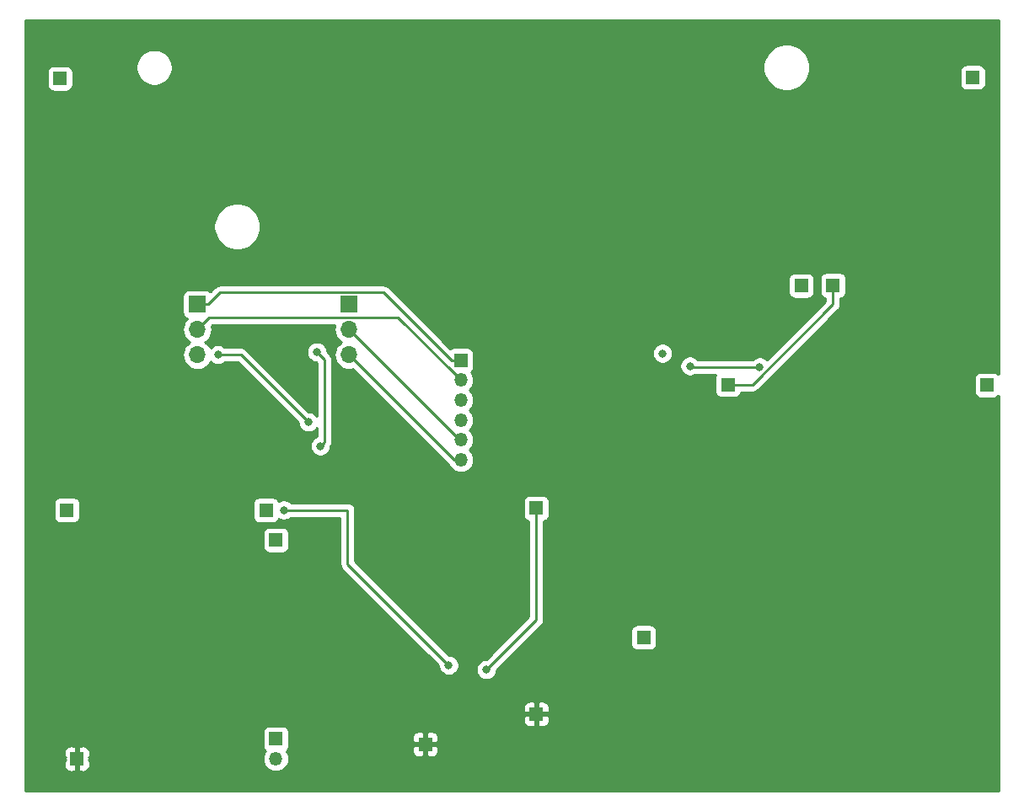
<source format=gbr>
G04 #@! TF.GenerationSoftware,KiCad,Pcbnew,(5.1.0)-1*
G04 #@! TF.CreationDate,2019-06-24T17:08:15-03:00*
G04 #@! TF.ProjectId,Main,4d61696e-2e6b-4696-9361-645f70636258,1.0*
G04 #@! TF.SameCoordinates,Original*
G04 #@! TF.FileFunction,Copper,L2,Bot*
G04 #@! TF.FilePolarity,Positive*
%FSLAX46Y46*%
G04 Gerber Fmt 4.6, Leading zero omitted, Abs format (unit mm)*
G04 Created by KiCad (PCBNEW (5.1.0)-1) date 2019-06-24 17:08:15*
%MOMM*%
%LPD*%
G04 APERTURE LIST*
%ADD10R,1.700000X1.700000*%
%ADD11O,1.700000X1.700000*%
%ADD12R,1.350000X1.350000*%
%ADD13O,1.350000X1.350000*%
%ADD14C,0.800000*%
%ADD15C,0.250000*%
%ADD16C,0.254000*%
G04 APERTURE END LIST*
D10*
X56960000Y-52110000D03*
D11*
X56960000Y-54650000D03*
X56960000Y-57190000D03*
D12*
X28620000Y-72810000D03*
X48620000Y-72810000D03*
X49620000Y-75810000D03*
X49620000Y-95810000D03*
D13*
X49620000Y-97810000D03*
D12*
X29620000Y-97810000D03*
X27920000Y-29410000D03*
X119620000Y-29310000D03*
X64620000Y-96340000D03*
D11*
X41720000Y-57190000D03*
X41720000Y-54650000D03*
D10*
X41720000Y-52110000D03*
D12*
X86570000Y-85610000D03*
X68180000Y-57750000D03*
D13*
X68180000Y-59750000D03*
X68180000Y-61750000D03*
X68180000Y-63750000D03*
X68180000Y-65750000D03*
X68180000Y-67750000D03*
D12*
X75770000Y-72610000D03*
X75770000Y-93320000D03*
X121050000Y-60230000D03*
X95030000Y-60190000D03*
X102400000Y-50230000D03*
X105590000Y-50200000D03*
D14*
X30620000Y-55410000D03*
X38370000Y-63260000D03*
X87196999Y-52433001D03*
X31620000Y-97810000D03*
X33770000Y-82860000D03*
X81020000Y-65810000D03*
X31320000Y-68410000D03*
X88455000Y-57045000D03*
X91215000Y-58315000D03*
X98220000Y-58410000D03*
X50420000Y-72810000D03*
X66970000Y-88410000D03*
X53720000Y-56910000D03*
X54080000Y-66370000D03*
X52870000Y-63960000D03*
X43800000Y-57190000D03*
X70770000Y-88840000D03*
D15*
X91310000Y-58410000D02*
X91215000Y-58315000D01*
X98220000Y-58410000D02*
X91310000Y-58410000D01*
X50420000Y-72810000D02*
X56820000Y-72810000D01*
X56820000Y-78260000D02*
X66970000Y-88410000D01*
X56820000Y-72810000D02*
X56820000Y-78260000D01*
X54119999Y-57309999D02*
X53720000Y-56910000D01*
X54479999Y-57669999D02*
X54119999Y-57309999D01*
X54479999Y-65970001D02*
X54479999Y-57669999D01*
X54080000Y-66370000D02*
X54479999Y-65970001D01*
X68060000Y-65750000D02*
X68180000Y-65750000D01*
X56960000Y-54650000D02*
X68060000Y-65750000D01*
X46100000Y-57190000D02*
X52870000Y-63960000D01*
X43800000Y-57190000D02*
X46100000Y-57190000D01*
X67505001Y-59075001D02*
X68180000Y-59750000D01*
X61904999Y-53474999D02*
X67505001Y-59075001D01*
X42895001Y-53474999D02*
X61904999Y-53474999D01*
X41720000Y-54650000D02*
X42895001Y-53474999D01*
X67255000Y-57750000D02*
X68180000Y-57750000D01*
X60439999Y-50934999D02*
X67255000Y-57750000D01*
X43995001Y-50934999D02*
X60439999Y-50934999D01*
X42820000Y-52110000D02*
X43995001Y-50934999D01*
X41720000Y-52110000D02*
X42820000Y-52110000D01*
X67520000Y-67750000D02*
X68180000Y-67750000D01*
X56960000Y-57190000D02*
X67520000Y-67750000D01*
X75770000Y-83840000D02*
X75770000Y-72610000D01*
X70770000Y-88840000D02*
X75770000Y-83840000D01*
X105590000Y-51125000D02*
X105590000Y-50200000D01*
X105590000Y-52113002D02*
X105590000Y-51125000D01*
X97513002Y-60190000D02*
X105590000Y-52113002D01*
X95030000Y-60190000D02*
X97513002Y-60190000D01*
D16*
G36*
X122220000Y-59157204D02*
G01*
X122176185Y-59103815D01*
X122079494Y-59024463D01*
X121969180Y-58965498D01*
X121849482Y-58929188D01*
X121725000Y-58916928D01*
X120375000Y-58916928D01*
X120250518Y-58929188D01*
X120130820Y-58965498D01*
X120020506Y-59024463D01*
X119923815Y-59103815D01*
X119844463Y-59200506D01*
X119785498Y-59310820D01*
X119749188Y-59430518D01*
X119736928Y-59555000D01*
X119736928Y-60905000D01*
X119749188Y-61029482D01*
X119785498Y-61149180D01*
X119844463Y-61259494D01*
X119923815Y-61356185D01*
X120020506Y-61435537D01*
X120130820Y-61494502D01*
X120250518Y-61530812D01*
X120375000Y-61543072D01*
X121725000Y-61543072D01*
X121849482Y-61530812D01*
X121969180Y-61494502D01*
X122079494Y-61435537D01*
X122176185Y-61356185D01*
X122220000Y-61302796D01*
X122220001Y-100990000D01*
X24480000Y-100990000D01*
X24480000Y-97135000D01*
X28306928Y-97135000D01*
X28310000Y-97524250D01*
X28468748Y-97682998D01*
X28310000Y-97682998D01*
X28310000Y-97937002D01*
X28468748Y-97937002D01*
X28310000Y-98095750D01*
X28306928Y-98485000D01*
X28319188Y-98609482D01*
X28355498Y-98729180D01*
X28414463Y-98839494D01*
X28493815Y-98936185D01*
X28590506Y-99015537D01*
X28700820Y-99074502D01*
X28820518Y-99110812D01*
X28945000Y-99123072D01*
X29334250Y-99120000D01*
X29493000Y-98961250D01*
X29493000Y-97937000D01*
X29473000Y-97937000D01*
X29473000Y-97683000D01*
X29493000Y-97683000D01*
X29493000Y-96658750D01*
X29747000Y-96658750D01*
X29747000Y-97683000D01*
X29767000Y-97683000D01*
X29767000Y-97937000D01*
X29747000Y-97937000D01*
X29747000Y-98961250D01*
X29905750Y-99120000D01*
X30295000Y-99123072D01*
X30419482Y-99110812D01*
X30539180Y-99074502D01*
X30649494Y-99015537D01*
X30746185Y-98936185D01*
X30825537Y-98839494D01*
X30884502Y-98729180D01*
X30920812Y-98609482D01*
X30933072Y-98485000D01*
X30930000Y-98095750D01*
X30771252Y-97937002D01*
X30930000Y-97937002D01*
X30930000Y-97810000D01*
X48303662Y-97810000D01*
X48328955Y-98066805D01*
X48403862Y-98313741D01*
X48525505Y-98541318D01*
X48689208Y-98740792D01*
X48888682Y-98904495D01*
X49116259Y-99026138D01*
X49363195Y-99101045D01*
X49555649Y-99120000D01*
X49684351Y-99120000D01*
X49876805Y-99101045D01*
X50123741Y-99026138D01*
X50351318Y-98904495D01*
X50550792Y-98740792D01*
X50714495Y-98541318D01*
X50836138Y-98313741D01*
X50911045Y-98066805D01*
X50936338Y-97810000D01*
X50911045Y-97553195D01*
X50836138Y-97306259D01*
X50714495Y-97078682D01*
X50662233Y-97015000D01*
X63306928Y-97015000D01*
X63319188Y-97139482D01*
X63355498Y-97259180D01*
X63414463Y-97369494D01*
X63493815Y-97466185D01*
X63590506Y-97545537D01*
X63700820Y-97604502D01*
X63820518Y-97640812D01*
X63945000Y-97653072D01*
X64334250Y-97650000D01*
X64493000Y-97491250D01*
X64493000Y-96467000D01*
X64747000Y-96467000D01*
X64747000Y-97491250D01*
X64905750Y-97650000D01*
X65295000Y-97653072D01*
X65419482Y-97640812D01*
X65539180Y-97604502D01*
X65649494Y-97545537D01*
X65746185Y-97466185D01*
X65825537Y-97369494D01*
X65884502Y-97259180D01*
X65920812Y-97139482D01*
X65933072Y-97015000D01*
X65930000Y-96625750D01*
X65771250Y-96467000D01*
X64747000Y-96467000D01*
X64493000Y-96467000D01*
X63468750Y-96467000D01*
X63310000Y-96625750D01*
X63306928Y-97015000D01*
X50662233Y-97015000D01*
X50657369Y-97009074D01*
X50746185Y-96936185D01*
X50825537Y-96839494D01*
X50884502Y-96729180D01*
X50920812Y-96609482D01*
X50933072Y-96485000D01*
X50933072Y-95665000D01*
X63306928Y-95665000D01*
X63310000Y-96054250D01*
X63468750Y-96213000D01*
X64493000Y-96213000D01*
X64493000Y-95188750D01*
X64747000Y-95188750D01*
X64747000Y-96213000D01*
X65771250Y-96213000D01*
X65930000Y-96054250D01*
X65933072Y-95665000D01*
X65920812Y-95540518D01*
X65884502Y-95420820D01*
X65825537Y-95310506D01*
X65746185Y-95213815D01*
X65649494Y-95134463D01*
X65539180Y-95075498D01*
X65419482Y-95039188D01*
X65295000Y-95026928D01*
X64905750Y-95030000D01*
X64747000Y-95188750D01*
X64493000Y-95188750D01*
X64334250Y-95030000D01*
X63945000Y-95026928D01*
X63820518Y-95039188D01*
X63700820Y-95075498D01*
X63590506Y-95134463D01*
X63493815Y-95213815D01*
X63414463Y-95310506D01*
X63355498Y-95420820D01*
X63319188Y-95540518D01*
X63306928Y-95665000D01*
X50933072Y-95665000D01*
X50933072Y-95135000D01*
X50920812Y-95010518D01*
X50884502Y-94890820D01*
X50825537Y-94780506D01*
X50746185Y-94683815D01*
X50649494Y-94604463D01*
X50539180Y-94545498D01*
X50419482Y-94509188D01*
X50295000Y-94496928D01*
X48945000Y-94496928D01*
X48820518Y-94509188D01*
X48700820Y-94545498D01*
X48590506Y-94604463D01*
X48493815Y-94683815D01*
X48414463Y-94780506D01*
X48355498Y-94890820D01*
X48319188Y-95010518D01*
X48306928Y-95135000D01*
X48306928Y-96485000D01*
X48319188Y-96609482D01*
X48355498Y-96729180D01*
X48414463Y-96839494D01*
X48493815Y-96936185D01*
X48582631Y-97009074D01*
X48525505Y-97078682D01*
X48403862Y-97306259D01*
X48328955Y-97553195D01*
X48303662Y-97810000D01*
X30930000Y-97810000D01*
X30930000Y-97682998D01*
X30771252Y-97682998D01*
X30930000Y-97524250D01*
X30933072Y-97135000D01*
X30920812Y-97010518D01*
X30884502Y-96890820D01*
X30825537Y-96780506D01*
X30746185Y-96683815D01*
X30649494Y-96604463D01*
X30539180Y-96545498D01*
X30419482Y-96509188D01*
X30295000Y-96496928D01*
X29905750Y-96500000D01*
X29747000Y-96658750D01*
X29493000Y-96658750D01*
X29334250Y-96500000D01*
X28945000Y-96496928D01*
X28820518Y-96509188D01*
X28700820Y-96545498D01*
X28590506Y-96604463D01*
X28493815Y-96683815D01*
X28414463Y-96780506D01*
X28355498Y-96890820D01*
X28319188Y-97010518D01*
X28306928Y-97135000D01*
X24480000Y-97135000D01*
X24480000Y-93995000D01*
X74456928Y-93995000D01*
X74469188Y-94119482D01*
X74505498Y-94239180D01*
X74564463Y-94349494D01*
X74643815Y-94446185D01*
X74740506Y-94525537D01*
X74850820Y-94584502D01*
X74970518Y-94620812D01*
X75095000Y-94633072D01*
X75484250Y-94630000D01*
X75643000Y-94471250D01*
X75643000Y-93447000D01*
X75897000Y-93447000D01*
X75897000Y-94471250D01*
X76055750Y-94630000D01*
X76445000Y-94633072D01*
X76569482Y-94620812D01*
X76689180Y-94584502D01*
X76799494Y-94525537D01*
X76896185Y-94446185D01*
X76975537Y-94349494D01*
X77034502Y-94239180D01*
X77070812Y-94119482D01*
X77083072Y-93995000D01*
X77080000Y-93605750D01*
X76921250Y-93447000D01*
X75897000Y-93447000D01*
X75643000Y-93447000D01*
X74618750Y-93447000D01*
X74460000Y-93605750D01*
X74456928Y-93995000D01*
X24480000Y-93995000D01*
X24480000Y-92645000D01*
X74456928Y-92645000D01*
X74460000Y-93034250D01*
X74618750Y-93193000D01*
X75643000Y-93193000D01*
X75643000Y-92168750D01*
X75897000Y-92168750D01*
X75897000Y-93193000D01*
X76921250Y-93193000D01*
X77080000Y-93034250D01*
X77083072Y-92645000D01*
X77070812Y-92520518D01*
X77034502Y-92400820D01*
X76975537Y-92290506D01*
X76896185Y-92193815D01*
X76799494Y-92114463D01*
X76689180Y-92055498D01*
X76569482Y-92019188D01*
X76445000Y-92006928D01*
X76055750Y-92010000D01*
X75897000Y-92168750D01*
X75643000Y-92168750D01*
X75484250Y-92010000D01*
X75095000Y-92006928D01*
X74970518Y-92019188D01*
X74850820Y-92055498D01*
X74740506Y-92114463D01*
X74643815Y-92193815D01*
X74564463Y-92290506D01*
X74505498Y-92400820D01*
X74469188Y-92520518D01*
X74456928Y-92645000D01*
X24480000Y-92645000D01*
X24480000Y-75135000D01*
X48306928Y-75135000D01*
X48306928Y-76485000D01*
X48319188Y-76609482D01*
X48355498Y-76729180D01*
X48414463Y-76839494D01*
X48493815Y-76936185D01*
X48590506Y-77015537D01*
X48700820Y-77074502D01*
X48820518Y-77110812D01*
X48945000Y-77123072D01*
X50295000Y-77123072D01*
X50419482Y-77110812D01*
X50539180Y-77074502D01*
X50649494Y-77015537D01*
X50746185Y-76936185D01*
X50825537Y-76839494D01*
X50884502Y-76729180D01*
X50920812Y-76609482D01*
X50933072Y-76485000D01*
X50933072Y-75135000D01*
X50920812Y-75010518D01*
X50884502Y-74890820D01*
X50825537Y-74780506D01*
X50746185Y-74683815D01*
X50649494Y-74604463D01*
X50539180Y-74545498D01*
X50419482Y-74509188D01*
X50295000Y-74496928D01*
X48945000Y-74496928D01*
X48820518Y-74509188D01*
X48700820Y-74545498D01*
X48590506Y-74604463D01*
X48493815Y-74683815D01*
X48414463Y-74780506D01*
X48355498Y-74890820D01*
X48319188Y-75010518D01*
X48306928Y-75135000D01*
X24480000Y-75135000D01*
X24480000Y-72135000D01*
X27306928Y-72135000D01*
X27306928Y-73485000D01*
X27319188Y-73609482D01*
X27355498Y-73729180D01*
X27414463Y-73839494D01*
X27493815Y-73936185D01*
X27590506Y-74015537D01*
X27700820Y-74074502D01*
X27820518Y-74110812D01*
X27945000Y-74123072D01*
X29295000Y-74123072D01*
X29419482Y-74110812D01*
X29539180Y-74074502D01*
X29649494Y-74015537D01*
X29746185Y-73936185D01*
X29825537Y-73839494D01*
X29884502Y-73729180D01*
X29920812Y-73609482D01*
X29933072Y-73485000D01*
X29933072Y-72135000D01*
X47306928Y-72135000D01*
X47306928Y-73485000D01*
X47319188Y-73609482D01*
X47355498Y-73729180D01*
X47414463Y-73839494D01*
X47493815Y-73936185D01*
X47590506Y-74015537D01*
X47700820Y-74074502D01*
X47820518Y-74110812D01*
X47945000Y-74123072D01*
X49295000Y-74123072D01*
X49419482Y-74110812D01*
X49539180Y-74074502D01*
X49649494Y-74015537D01*
X49746185Y-73936185D01*
X49825537Y-73839494D01*
X49884502Y-73729180D01*
X49892625Y-73702403D01*
X49929744Y-73727205D01*
X50118102Y-73805226D01*
X50318061Y-73845000D01*
X50521939Y-73845000D01*
X50721898Y-73805226D01*
X50910256Y-73727205D01*
X51079774Y-73613937D01*
X51123711Y-73570000D01*
X56060000Y-73570000D01*
X56060001Y-78222668D01*
X56056324Y-78260000D01*
X56070998Y-78408985D01*
X56114454Y-78552246D01*
X56185026Y-78684276D01*
X56256201Y-78771002D01*
X56280000Y-78800001D01*
X56308998Y-78823799D01*
X65935000Y-88449802D01*
X65935000Y-88511939D01*
X65974774Y-88711898D01*
X66052795Y-88900256D01*
X66166063Y-89069774D01*
X66310226Y-89213937D01*
X66479744Y-89327205D01*
X66668102Y-89405226D01*
X66868061Y-89445000D01*
X67071939Y-89445000D01*
X67271898Y-89405226D01*
X67460256Y-89327205D01*
X67629774Y-89213937D01*
X67773937Y-89069774D01*
X67887205Y-88900256D01*
X67954388Y-88738061D01*
X69735000Y-88738061D01*
X69735000Y-88941939D01*
X69774774Y-89141898D01*
X69852795Y-89330256D01*
X69966063Y-89499774D01*
X70110226Y-89643937D01*
X70279744Y-89757205D01*
X70468102Y-89835226D01*
X70668061Y-89875000D01*
X70871939Y-89875000D01*
X71071898Y-89835226D01*
X71260256Y-89757205D01*
X71429774Y-89643937D01*
X71573937Y-89499774D01*
X71687205Y-89330256D01*
X71765226Y-89141898D01*
X71805000Y-88941939D01*
X71805000Y-88879801D01*
X75749801Y-84935000D01*
X85256928Y-84935000D01*
X85256928Y-86285000D01*
X85269188Y-86409482D01*
X85305498Y-86529180D01*
X85364463Y-86639494D01*
X85443815Y-86736185D01*
X85540506Y-86815537D01*
X85650820Y-86874502D01*
X85770518Y-86910812D01*
X85895000Y-86923072D01*
X87245000Y-86923072D01*
X87369482Y-86910812D01*
X87489180Y-86874502D01*
X87599494Y-86815537D01*
X87696185Y-86736185D01*
X87775537Y-86639494D01*
X87834502Y-86529180D01*
X87870812Y-86409482D01*
X87883072Y-86285000D01*
X87883072Y-84935000D01*
X87870812Y-84810518D01*
X87834502Y-84690820D01*
X87775537Y-84580506D01*
X87696185Y-84483815D01*
X87599494Y-84404463D01*
X87489180Y-84345498D01*
X87369482Y-84309188D01*
X87245000Y-84296928D01*
X85895000Y-84296928D01*
X85770518Y-84309188D01*
X85650820Y-84345498D01*
X85540506Y-84404463D01*
X85443815Y-84483815D01*
X85364463Y-84580506D01*
X85305498Y-84690820D01*
X85269188Y-84810518D01*
X85256928Y-84935000D01*
X75749801Y-84935000D01*
X76281004Y-84403798D01*
X76310001Y-84380001D01*
X76404974Y-84264276D01*
X76475546Y-84132247D01*
X76519003Y-83988986D01*
X76530000Y-83877333D01*
X76530000Y-83877323D01*
X76533676Y-83840000D01*
X76530000Y-83802677D01*
X76530000Y-73914701D01*
X76569482Y-73910812D01*
X76689180Y-73874502D01*
X76799494Y-73815537D01*
X76896185Y-73736185D01*
X76975537Y-73639494D01*
X77034502Y-73529180D01*
X77070812Y-73409482D01*
X77083072Y-73285000D01*
X77083072Y-71935000D01*
X77070812Y-71810518D01*
X77034502Y-71690820D01*
X76975537Y-71580506D01*
X76896185Y-71483815D01*
X76799494Y-71404463D01*
X76689180Y-71345498D01*
X76569482Y-71309188D01*
X76445000Y-71296928D01*
X75095000Y-71296928D01*
X74970518Y-71309188D01*
X74850820Y-71345498D01*
X74740506Y-71404463D01*
X74643815Y-71483815D01*
X74564463Y-71580506D01*
X74505498Y-71690820D01*
X74469188Y-71810518D01*
X74456928Y-71935000D01*
X74456928Y-73285000D01*
X74469188Y-73409482D01*
X74505498Y-73529180D01*
X74564463Y-73639494D01*
X74643815Y-73736185D01*
X74740506Y-73815537D01*
X74850820Y-73874502D01*
X74970518Y-73910812D01*
X75010001Y-73914701D01*
X75010000Y-83525198D01*
X70730199Y-87805000D01*
X70668061Y-87805000D01*
X70468102Y-87844774D01*
X70279744Y-87922795D01*
X70110226Y-88036063D01*
X69966063Y-88180226D01*
X69852795Y-88349744D01*
X69774774Y-88538102D01*
X69735000Y-88738061D01*
X67954388Y-88738061D01*
X67965226Y-88711898D01*
X68005000Y-88511939D01*
X68005000Y-88308061D01*
X67965226Y-88108102D01*
X67887205Y-87919744D01*
X67773937Y-87750226D01*
X67629774Y-87606063D01*
X67460256Y-87492795D01*
X67271898Y-87414774D01*
X67071939Y-87375000D01*
X67009802Y-87375000D01*
X57580000Y-77945199D01*
X57580000Y-72847333D01*
X57583677Y-72810000D01*
X57569003Y-72661014D01*
X57525546Y-72517753D01*
X57454974Y-72385724D01*
X57360001Y-72269999D01*
X57244276Y-72175026D01*
X57112247Y-72104454D01*
X56968986Y-72060997D01*
X56857333Y-72050000D01*
X56820000Y-72046323D01*
X56782667Y-72050000D01*
X51123711Y-72050000D01*
X51079774Y-72006063D01*
X50910256Y-71892795D01*
X50721898Y-71814774D01*
X50521939Y-71775000D01*
X50318061Y-71775000D01*
X50118102Y-71814774D01*
X49929744Y-71892795D01*
X49892625Y-71917597D01*
X49884502Y-71890820D01*
X49825537Y-71780506D01*
X49746185Y-71683815D01*
X49649494Y-71604463D01*
X49539180Y-71545498D01*
X49419482Y-71509188D01*
X49295000Y-71496928D01*
X47945000Y-71496928D01*
X47820518Y-71509188D01*
X47700820Y-71545498D01*
X47590506Y-71604463D01*
X47493815Y-71683815D01*
X47414463Y-71780506D01*
X47355498Y-71890820D01*
X47319188Y-72010518D01*
X47306928Y-72135000D01*
X29933072Y-72135000D01*
X29920812Y-72010518D01*
X29884502Y-71890820D01*
X29825537Y-71780506D01*
X29746185Y-71683815D01*
X29649494Y-71604463D01*
X29539180Y-71545498D01*
X29419482Y-71509188D01*
X29295000Y-71496928D01*
X27945000Y-71496928D01*
X27820518Y-71509188D01*
X27700820Y-71545498D01*
X27590506Y-71604463D01*
X27493815Y-71683815D01*
X27414463Y-71780506D01*
X27355498Y-71890820D01*
X27319188Y-72010518D01*
X27306928Y-72135000D01*
X24480000Y-72135000D01*
X24480000Y-54650000D01*
X40227815Y-54650000D01*
X40256487Y-54941111D01*
X40341401Y-55221034D01*
X40479294Y-55479014D01*
X40664866Y-55705134D01*
X40890986Y-55890706D01*
X40945791Y-55920000D01*
X40890986Y-55949294D01*
X40664866Y-56134866D01*
X40479294Y-56360986D01*
X40341401Y-56618966D01*
X40256487Y-56898889D01*
X40227815Y-57190000D01*
X40256487Y-57481111D01*
X40341401Y-57761034D01*
X40479294Y-58019014D01*
X40664866Y-58245134D01*
X40890986Y-58430706D01*
X41148966Y-58568599D01*
X41428889Y-58653513D01*
X41647050Y-58675000D01*
X41792950Y-58675000D01*
X42011111Y-58653513D01*
X42291034Y-58568599D01*
X42549014Y-58430706D01*
X42775134Y-58245134D01*
X42960706Y-58019014D01*
X43031973Y-57885684D01*
X43140226Y-57993937D01*
X43309744Y-58107205D01*
X43498102Y-58185226D01*
X43698061Y-58225000D01*
X43901939Y-58225000D01*
X44101898Y-58185226D01*
X44290256Y-58107205D01*
X44459774Y-57993937D01*
X44503711Y-57950000D01*
X45785199Y-57950000D01*
X51835000Y-63999802D01*
X51835000Y-64061939D01*
X51874774Y-64261898D01*
X51952795Y-64450256D01*
X52066063Y-64619774D01*
X52210226Y-64763937D01*
X52379744Y-64877205D01*
X52568102Y-64955226D01*
X52768061Y-64995000D01*
X52971939Y-64995000D01*
X53171898Y-64955226D01*
X53360256Y-64877205D01*
X53529774Y-64763937D01*
X53673937Y-64619774D01*
X53719999Y-64550837D01*
X53719999Y-65398841D01*
X53589744Y-65452795D01*
X53420226Y-65566063D01*
X53276063Y-65710226D01*
X53162795Y-65879744D01*
X53084774Y-66068102D01*
X53045000Y-66268061D01*
X53045000Y-66471939D01*
X53084774Y-66671898D01*
X53162795Y-66860256D01*
X53276063Y-67029774D01*
X53420226Y-67173937D01*
X53589744Y-67287205D01*
X53778102Y-67365226D01*
X53978061Y-67405000D01*
X54181939Y-67405000D01*
X54381898Y-67365226D01*
X54570256Y-67287205D01*
X54739774Y-67173937D01*
X54883937Y-67029774D01*
X54997205Y-66860256D01*
X55075226Y-66671898D01*
X55115000Y-66471939D01*
X55115000Y-66394226D01*
X55185545Y-66262248D01*
X55229002Y-66118987D01*
X55239999Y-66007334D01*
X55239999Y-66007324D01*
X55243675Y-65970002D01*
X55239999Y-65932679D01*
X55239999Y-57707322D01*
X55243675Y-57669999D01*
X55239999Y-57632676D01*
X55239999Y-57632666D01*
X55229002Y-57521013D01*
X55185545Y-57377752D01*
X55114973Y-57245723D01*
X55020000Y-57129998D01*
X54990996Y-57106195D01*
X54755000Y-56870199D01*
X54755000Y-56808061D01*
X54715226Y-56608102D01*
X54637205Y-56419744D01*
X54523937Y-56250226D01*
X54379774Y-56106063D01*
X54210256Y-55992795D01*
X54021898Y-55914774D01*
X53821939Y-55875000D01*
X53618061Y-55875000D01*
X53418102Y-55914774D01*
X53229744Y-55992795D01*
X53060226Y-56106063D01*
X52916063Y-56250226D01*
X52802795Y-56419744D01*
X52724774Y-56608102D01*
X52685000Y-56808061D01*
X52685000Y-57011939D01*
X52724774Y-57211898D01*
X52802795Y-57400256D01*
X52916063Y-57569774D01*
X53060226Y-57713937D01*
X53229744Y-57827205D01*
X53418102Y-57905226D01*
X53618061Y-57945000D01*
X53680199Y-57945000D01*
X53720000Y-57984801D01*
X53719999Y-63369163D01*
X53673937Y-63300226D01*
X53529774Y-63156063D01*
X53360256Y-63042795D01*
X53171898Y-62964774D01*
X52971939Y-62925000D01*
X52909802Y-62925000D01*
X46663804Y-56679003D01*
X46640001Y-56649999D01*
X46524276Y-56555026D01*
X46392247Y-56484454D01*
X46248986Y-56440997D01*
X46137333Y-56430000D01*
X46137322Y-56430000D01*
X46100000Y-56426324D01*
X46062678Y-56430000D01*
X44503711Y-56430000D01*
X44459774Y-56386063D01*
X44290256Y-56272795D01*
X44101898Y-56194774D01*
X43901939Y-56155000D01*
X43698061Y-56155000D01*
X43498102Y-56194774D01*
X43309744Y-56272795D01*
X43140226Y-56386063D01*
X43031973Y-56494316D01*
X42960706Y-56360986D01*
X42775134Y-56134866D01*
X42549014Y-55949294D01*
X42494209Y-55920000D01*
X42549014Y-55890706D01*
X42775134Y-55705134D01*
X42960706Y-55479014D01*
X43098599Y-55221034D01*
X43183513Y-54941111D01*
X43212185Y-54650000D01*
X43183513Y-54358889D01*
X43160797Y-54284005D01*
X43209803Y-54234999D01*
X55534069Y-54234999D01*
X55496487Y-54358889D01*
X55467815Y-54650000D01*
X55496487Y-54941111D01*
X55581401Y-55221034D01*
X55719294Y-55479014D01*
X55904866Y-55705134D01*
X56130986Y-55890706D01*
X56185791Y-55920000D01*
X56130986Y-55949294D01*
X55904866Y-56134866D01*
X55719294Y-56360986D01*
X55581401Y-56618966D01*
X55496487Y-56898889D01*
X55467815Y-57190000D01*
X55496487Y-57481111D01*
X55581401Y-57761034D01*
X55719294Y-58019014D01*
X55904866Y-58245134D01*
X56130986Y-58430706D01*
X56388966Y-58568599D01*
X56668889Y-58653513D01*
X56887050Y-58675000D01*
X57032950Y-58675000D01*
X57251111Y-58653513D01*
X57325996Y-58630797D01*
X66956201Y-68261003D01*
X66979999Y-68290001D01*
X66985779Y-68294744D01*
X67085505Y-68481318D01*
X67249208Y-68680792D01*
X67448682Y-68844495D01*
X67676259Y-68966138D01*
X67923195Y-69041045D01*
X68115649Y-69060000D01*
X68244351Y-69060000D01*
X68436805Y-69041045D01*
X68683741Y-68966138D01*
X68911318Y-68844495D01*
X69110792Y-68680792D01*
X69274495Y-68481318D01*
X69396138Y-68253741D01*
X69471045Y-68006805D01*
X69496338Y-67750000D01*
X69471045Y-67493195D01*
X69396138Y-67246259D01*
X69274495Y-67018682D01*
X69110792Y-66819208D01*
X69026461Y-66750000D01*
X69110792Y-66680792D01*
X69274495Y-66481318D01*
X69396138Y-66253741D01*
X69471045Y-66006805D01*
X69496338Y-65750000D01*
X69471045Y-65493195D01*
X69396138Y-65246259D01*
X69274495Y-65018682D01*
X69110792Y-64819208D01*
X69026461Y-64750000D01*
X69110792Y-64680792D01*
X69274495Y-64481318D01*
X69396138Y-64253741D01*
X69471045Y-64006805D01*
X69496338Y-63750000D01*
X69471045Y-63493195D01*
X69396138Y-63246259D01*
X69274495Y-63018682D01*
X69110792Y-62819208D01*
X69026461Y-62750000D01*
X69110792Y-62680792D01*
X69274495Y-62481318D01*
X69396138Y-62253741D01*
X69471045Y-62006805D01*
X69496338Y-61750000D01*
X69471045Y-61493195D01*
X69396138Y-61246259D01*
X69274495Y-61018682D01*
X69110792Y-60819208D01*
X69026461Y-60750000D01*
X69110792Y-60680792D01*
X69274495Y-60481318D01*
X69396138Y-60253741D01*
X69471045Y-60006805D01*
X69496338Y-59750000D01*
X69471045Y-59493195D01*
X69396138Y-59246259D01*
X69274495Y-59018682D01*
X69217369Y-58949074D01*
X69306185Y-58876185D01*
X69385537Y-58779494D01*
X69444502Y-58669180D01*
X69480812Y-58549482D01*
X69493072Y-58425000D01*
X69493072Y-58213061D01*
X90180000Y-58213061D01*
X90180000Y-58416939D01*
X90219774Y-58616898D01*
X90297795Y-58805256D01*
X90411063Y-58974774D01*
X90555226Y-59118937D01*
X90724744Y-59232205D01*
X90913102Y-59310226D01*
X91113061Y-59350000D01*
X91316939Y-59350000D01*
X91516898Y-59310226D01*
X91705256Y-59232205D01*
X91798353Y-59170000D01*
X93819388Y-59170000D01*
X93765498Y-59270820D01*
X93729188Y-59390518D01*
X93716928Y-59515000D01*
X93716928Y-60865000D01*
X93729188Y-60989482D01*
X93765498Y-61109180D01*
X93824463Y-61219494D01*
X93903815Y-61316185D01*
X94000506Y-61395537D01*
X94110820Y-61454502D01*
X94230518Y-61490812D01*
X94355000Y-61503072D01*
X95705000Y-61503072D01*
X95829482Y-61490812D01*
X95949180Y-61454502D01*
X96059494Y-61395537D01*
X96156185Y-61316185D01*
X96235537Y-61219494D01*
X96294502Y-61109180D01*
X96330812Y-60989482D01*
X96334701Y-60950000D01*
X97475680Y-60950000D01*
X97513002Y-60953676D01*
X97550324Y-60950000D01*
X97550335Y-60950000D01*
X97661988Y-60939003D01*
X97805249Y-60895546D01*
X97937278Y-60824974D01*
X98053003Y-60730001D01*
X98076806Y-60700997D01*
X106101004Y-52676800D01*
X106130001Y-52653003D01*
X106156332Y-52620919D01*
X106224974Y-52537279D01*
X106295546Y-52405249D01*
X106296457Y-52402246D01*
X106339003Y-52261988D01*
X106350000Y-52150335D01*
X106350000Y-52150326D01*
X106353676Y-52113003D01*
X106350000Y-52075680D01*
X106350000Y-51504701D01*
X106389482Y-51500812D01*
X106509180Y-51464502D01*
X106619494Y-51405537D01*
X106716185Y-51326185D01*
X106795537Y-51229494D01*
X106854502Y-51119180D01*
X106890812Y-50999482D01*
X106903072Y-50875000D01*
X106903072Y-49525000D01*
X106890812Y-49400518D01*
X106854502Y-49280820D01*
X106795537Y-49170506D01*
X106716185Y-49073815D01*
X106619494Y-48994463D01*
X106509180Y-48935498D01*
X106389482Y-48899188D01*
X106265000Y-48886928D01*
X104915000Y-48886928D01*
X104790518Y-48899188D01*
X104670820Y-48935498D01*
X104560506Y-48994463D01*
X104463815Y-49073815D01*
X104384463Y-49170506D01*
X104325498Y-49280820D01*
X104289188Y-49400518D01*
X104276928Y-49525000D01*
X104276928Y-50875000D01*
X104289188Y-50999482D01*
X104325498Y-51119180D01*
X104384463Y-51229494D01*
X104463815Y-51326185D01*
X104560506Y-51405537D01*
X104670820Y-51464502D01*
X104790518Y-51500812D01*
X104830001Y-51504701D01*
X104830000Y-51798200D01*
X98950956Y-57677245D01*
X98879774Y-57606063D01*
X98710256Y-57492795D01*
X98521898Y-57414774D01*
X98321939Y-57375000D01*
X98118061Y-57375000D01*
X97918102Y-57414774D01*
X97729744Y-57492795D01*
X97560226Y-57606063D01*
X97516289Y-57650000D01*
X92013711Y-57650000D01*
X91874774Y-57511063D01*
X91705256Y-57397795D01*
X91516898Y-57319774D01*
X91316939Y-57280000D01*
X91113061Y-57280000D01*
X90913102Y-57319774D01*
X90724744Y-57397795D01*
X90555226Y-57511063D01*
X90411063Y-57655226D01*
X90297795Y-57824744D01*
X90219774Y-58013102D01*
X90180000Y-58213061D01*
X69493072Y-58213061D01*
X69493072Y-57075000D01*
X69480812Y-56950518D01*
X69478550Y-56943061D01*
X87420000Y-56943061D01*
X87420000Y-57146939D01*
X87459774Y-57346898D01*
X87537795Y-57535256D01*
X87651063Y-57704774D01*
X87795226Y-57848937D01*
X87964744Y-57962205D01*
X88153102Y-58040226D01*
X88353061Y-58080000D01*
X88556939Y-58080000D01*
X88756898Y-58040226D01*
X88945256Y-57962205D01*
X89114774Y-57848937D01*
X89258937Y-57704774D01*
X89372205Y-57535256D01*
X89450226Y-57346898D01*
X89490000Y-57146939D01*
X89490000Y-56943061D01*
X89450226Y-56743102D01*
X89372205Y-56554744D01*
X89258937Y-56385226D01*
X89114774Y-56241063D01*
X88945256Y-56127795D01*
X88756898Y-56049774D01*
X88556939Y-56010000D01*
X88353061Y-56010000D01*
X88153102Y-56049774D01*
X87964744Y-56127795D01*
X87795226Y-56241063D01*
X87651063Y-56385226D01*
X87537795Y-56554744D01*
X87459774Y-56743102D01*
X87420000Y-56943061D01*
X69478550Y-56943061D01*
X69444502Y-56830820D01*
X69385537Y-56720506D01*
X69306185Y-56623815D01*
X69209494Y-56544463D01*
X69099180Y-56485498D01*
X68979482Y-56449188D01*
X68855000Y-56436928D01*
X67505000Y-56436928D01*
X67380518Y-56449188D01*
X67260820Y-56485498D01*
X67150506Y-56544463D01*
X67136093Y-56556291D01*
X61003803Y-50424002D01*
X60980000Y-50394998D01*
X60864275Y-50300025D01*
X60732246Y-50229453D01*
X60588985Y-50185996D01*
X60477332Y-50174999D01*
X60477321Y-50174999D01*
X60439999Y-50171323D01*
X60402677Y-50174999D01*
X44032323Y-50174999D01*
X43995000Y-50171323D01*
X43957677Y-50174999D01*
X43957668Y-50174999D01*
X43846015Y-50185996D01*
X43702754Y-50229453D01*
X43570725Y-50300025D01*
X43455000Y-50394998D01*
X43431202Y-50423996D01*
X43032543Y-50822655D01*
X43021185Y-50808815D01*
X42924494Y-50729463D01*
X42814180Y-50670498D01*
X42694482Y-50634188D01*
X42570000Y-50621928D01*
X40870000Y-50621928D01*
X40745518Y-50634188D01*
X40625820Y-50670498D01*
X40515506Y-50729463D01*
X40418815Y-50808815D01*
X40339463Y-50905506D01*
X40280498Y-51015820D01*
X40244188Y-51135518D01*
X40231928Y-51260000D01*
X40231928Y-52960000D01*
X40244188Y-53084482D01*
X40280498Y-53204180D01*
X40339463Y-53314494D01*
X40418815Y-53411185D01*
X40515506Y-53490537D01*
X40625820Y-53549502D01*
X40694687Y-53570393D01*
X40664866Y-53594866D01*
X40479294Y-53820986D01*
X40341401Y-54078966D01*
X40256487Y-54358889D01*
X40227815Y-54650000D01*
X24480000Y-54650000D01*
X24480000Y-49555000D01*
X101086928Y-49555000D01*
X101086928Y-50905000D01*
X101099188Y-51029482D01*
X101135498Y-51149180D01*
X101194463Y-51259494D01*
X101273815Y-51356185D01*
X101370506Y-51435537D01*
X101480820Y-51494502D01*
X101600518Y-51530812D01*
X101725000Y-51543072D01*
X103075000Y-51543072D01*
X103199482Y-51530812D01*
X103319180Y-51494502D01*
X103429494Y-51435537D01*
X103526185Y-51356185D01*
X103605537Y-51259494D01*
X103664502Y-51149180D01*
X103700812Y-51029482D01*
X103713072Y-50905000D01*
X103713072Y-49555000D01*
X103700812Y-49430518D01*
X103664502Y-49310820D01*
X103605537Y-49200506D01*
X103526185Y-49103815D01*
X103429494Y-49024463D01*
X103319180Y-48965498D01*
X103199482Y-48929188D01*
X103075000Y-48916928D01*
X101725000Y-48916928D01*
X101600518Y-48929188D01*
X101480820Y-48965498D01*
X101370506Y-49024463D01*
X101273815Y-49103815D01*
X101194463Y-49200506D01*
X101135498Y-49310820D01*
X101099188Y-49430518D01*
X101086928Y-49555000D01*
X24480000Y-49555000D01*
X24480000Y-44077560D01*
X43360000Y-44077560D01*
X43360000Y-44542440D01*
X43450694Y-44998387D01*
X43628595Y-45427879D01*
X43886868Y-45814412D01*
X44215588Y-46143132D01*
X44602121Y-46401405D01*
X45031613Y-46579306D01*
X45487560Y-46670000D01*
X45952440Y-46670000D01*
X46408387Y-46579306D01*
X46837879Y-46401405D01*
X47224412Y-46143132D01*
X47553132Y-45814412D01*
X47811405Y-45427879D01*
X47989306Y-44998387D01*
X48080000Y-44542440D01*
X48080000Y-44077560D01*
X47989306Y-43621613D01*
X47811405Y-43192121D01*
X47553132Y-42805588D01*
X47224412Y-42476868D01*
X46837879Y-42218595D01*
X46408387Y-42040694D01*
X45952440Y-41950000D01*
X45487560Y-41950000D01*
X45031613Y-42040694D01*
X44602121Y-42218595D01*
X44215588Y-42476868D01*
X43886868Y-42805588D01*
X43628595Y-43192121D01*
X43450694Y-43621613D01*
X43360000Y-44077560D01*
X24480000Y-44077560D01*
X24480000Y-28735000D01*
X26606928Y-28735000D01*
X26606928Y-30085000D01*
X26619188Y-30209482D01*
X26655498Y-30329180D01*
X26714463Y-30439494D01*
X26793815Y-30536185D01*
X26890506Y-30615537D01*
X27000820Y-30674502D01*
X27120518Y-30710812D01*
X27245000Y-30723072D01*
X28595000Y-30723072D01*
X28719482Y-30710812D01*
X28839180Y-30674502D01*
X28949494Y-30615537D01*
X29046185Y-30536185D01*
X29125537Y-30439494D01*
X29184502Y-30329180D01*
X29220812Y-30209482D01*
X29233072Y-30085000D01*
X29233072Y-28735000D01*
X29220812Y-28610518D01*
X29184502Y-28490820D01*
X29125537Y-28380506D01*
X29046185Y-28283815D01*
X28949494Y-28204463D01*
X28839180Y-28145498D01*
X28787303Y-28129761D01*
X35560000Y-28129761D01*
X35560000Y-28490239D01*
X35630325Y-28843791D01*
X35768275Y-29176830D01*
X35968546Y-29476557D01*
X36223443Y-29731454D01*
X36523170Y-29931725D01*
X36856209Y-30069675D01*
X37209761Y-30140000D01*
X37570239Y-30140000D01*
X37923791Y-30069675D01*
X38256830Y-29931725D01*
X38556557Y-29731454D01*
X38811454Y-29476557D01*
X39011725Y-29176830D01*
X39149675Y-28843791D01*
X39220000Y-28490239D01*
X39220000Y-28129761D01*
X39209617Y-28077560D01*
X98560000Y-28077560D01*
X98560000Y-28542440D01*
X98650694Y-28998387D01*
X98828595Y-29427879D01*
X99086868Y-29814412D01*
X99415588Y-30143132D01*
X99802121Y-30401405D01*
X100231613Y-30579306D01*
X100687560Y-30670000D01*
X101152440Y-30670000D01*
X101608387Y-30579306D01*
X102037879Y-30401405D01*
X102424412Y-30143132D01*
X102753132Y-29814412D01*
X103011405Y-29427879D01*
X103189306Y-28998387D01*
X103261588Y-28635000D01*
X118306928Y-28635000D01*
X118306928Y-29985000D01*
X118319188Y-30109482D01*
X118355498Y-30229180D01*
X118414463Y-30339494D01*
X118493815Y-30436185D01*
X118590506Y-30515537D01*
X118700820Y-30574502D01*
X118820518Y-30610812D01*
X118945000Y-30623072D01*
X120295000Y-30623072D01*
X120419482Y-30610812D01*
X120539180Y-30574502D01*
X120649494Y-30515537D01*
X120746185Y-30436185D01*
X120825537Y-30339494D01*
X120884502Y-30229180D01*
X120920812Y-30109482D01*
X120933072Y-29985000D01*
X120933072Y-28635000D01*
X120920812Y-28510518D01*
X120884502Y-28390820D01*
X120825537Y-28280506D01*
X120746185Y-28183815D01*
X120649494Y-28104463D01*
X120539180Y-28045498D01*
X120419482Y-28009188D01*
X120295000Y-27996928D01*
X118945000Y-27996928D01*
X118820518Y-28009188D01*
X118700820Y-28045498D01*
X118590506Y-28104463D01*
X118493815Y-28183815D01*
X118414463Y-28280506D01*
X118355498Y-28390820D01*
X118319188Y-28510518D01*
X118306928Y-28635000D01*
X103261588Y-28635000D01*
X103280000Y-28542440D01*
X103280000Y-28077560D01*
X103189306Y-27621613D01*
X103011405Y-27192121D01*
X102753132Y-26805588D01*
X102424412Y-26476868D01*
X102037879Y-26218595D01*
X101608387Y-26040694D01*
X101152440Y-25950000D01*
X100687560Y-25950000D01*
X100231613Y-26040694D01*
X99802121Y-26218595D01*
X99415588Y-26476868D01*
X99086868Y-26805588D01*
X98828595Y-27192121D01*
X98650694Y-27621613D01*
X98560000Y-28077560D01*
X39209617Y-28077560D01*
X39149675Y-27776209D01*
X39011725Y-27443170D01*
X38811454Y-27143443D01*
X38556557Y-26888546D01*
X38256830Y-26688275D01*
X37923791Y-26550325D01*
X37570239Y-26480000D01*
X37209761Y-26480000D01*
X36856209Y-26550325D01*
X36523170Y-26688275D01*
X36223443Y-26888546D01*
X35968546Y-27143443D01*
X35768275Y-27443170D01*
X35630325Y-27776209D01*
X35560000Y-28129761D01*
X28787303Y-28129761D01*
X28719482Y-28109188D01*
X28595000Y-28096928D01*
X27245000Y-28096928D01*
X27120518Y-28109188D01*
X27000820Y-28145498D01*
X26890506Y-28204463D01*
X26793815Y-28283815D01*
X26714463Y-28380506D01*
X26655498Y-28490820D01*
X26619188Y-28610518D01*
X26606928Y-28735000D01*
X24480000Y-28735000D01*
X24480000Y-23570000D01*
X122220000Y-23570000D01*
X122220000Y-59157204D01*
X122220000Y-59157204D01*
G37*
X122220000Y-59157204D02*
X122176185Y-59103815D01*
X122079494Y-59024463D01*
X121969180Y-58965498D01*
X121849482Y-58929188D01*
X121725000Y-58916928D01*
X120375000Y-58916928D01*
X120250518Y-58929188D01*
X120130820Y-58965498D01*
X120020506Y-59024463D01*
X119923815Y-59103815D01*
X119844463Y-59200506D01*
X119785498Y-59310820D01*
X119749188Y-59430518D01*
X119736928Y-59555000D01*
X119736928Y-60905000D01*
X119749188Y-61029482D01*
X119785498Y-61149180D01*
X119844463Y-61259494D01*
X119923815Y-61356185D01*
X120020506Y-61435537D01*
X120130820Y-61494502D01*
X120250518Y-61530812D01*
X120375000Y-61543072D01*
X121725000Y-61543072D01*
X121849482Y-61530812D01*
X121969180Y-61494502D01*
X122079494Y-61435537D01*
X122176185Y-61356185D01*
X122220000Y-61302796D01*
X122220001Y-100990000D01*
X24480000Y-100990000D01*
X24480000Y-97135000D01*
X28306928Y-97135000D01*
X28310000Y-97524250D01*
X28468748Y-97682998D01*
X28310000Y-97682998D01*
X28310000Y-97937002D01*
X28468748Y-97937002D01*
X28310000Y-98095750D01*
X28306928Y-98485000D01*
X28319188Y-98609482D01*
X28355498Y-98729180D01*
X28414463Y-98839494D01*
X28493815Y-98936185D01*
X28590506Y-99015537D01*
X28700820Y-99074502D01*
X28820518Y-99110812D01*
X28945000Y-99123072D01*
X29334250Y-99120000D01*
X29493000Y-98961250D01*
X29493000Y-97937000D01*
X29473000Y-97937000D01*
X29473000Y-97683000D01*
X29493000Y-97683000D01*
X29493000Y-96658750D01*
X29747000Y-96658750D01*
X29747000Y-97683000D01*
X29767000Y-97683000D01*
X29767000Y-97937000D01*
X29747000Y-97937000D01*
X29747000Y-98961250D01*
X29905750Y-99120000D01*
X30295000Y-99123072D01*
X30419482Y-99110812D01*
X30539180Y-99074502D01*
X30649494Y-99015537D01*
X30746185Y-98936185D01*
X30825537Y-98839494D01*
X30884502Y-98729180D01*
X30920812Y-98609482D01*
X30933072Y-98485000D01*
X30930000Y-98095750D01*
X30771252Y-97937002D01*
X30930000Y-97937002D01*
X30930000Y-97810000D01*
X48303662Y-97810000D01*
X48328955Y-98066805D01*
X48403862Y-98313741D01*
X48525505Y-98541318D01*
X48689208Y-98740792D01*
X48888682Y-98904495D01*
X49116259Y-99026138D01*
X49363195Y-99101045D01*
X49555649Y-99120000D01*
X49684351Y-99120000D01*
X49876805Y-99101045D01*
X50123741Y-99026138D01*
X50351318Y-98904495D01*
X50550792Y-98740792D01*
X50714495Y-98541318D01*
X50836138Y-98313741D01*
X50911045Y-98066805D01*
X50936338Y-97810000D01*
X50911045Y-97553195D01*
X50836138Y-97306259D01*
X50714495Y-97078682D01*
X50662233Y-97015000D01*
X63306928Y-97015000D01*
X63319188Y-97139482D01*
X63355498Y-97259180D01*
X63414463Y-97369494D01*
X63493815Y-97466185D01*
X63590506Y-97545537D01*
X63700820Y-97604502D01*
X63820518Y-97640812D01*
X63945000Y-97653072D01*
X64334250Y-97650000D01*
X64493000Y-97491250D01*
X64493000Y-96467000D01*
X64747000Y-96467000D01*
X64747000Y-97491250D01*
X64905750Y-97650000D01*
X65295000Y-97653072D01*
X65419482Y-97640812D01*
X65539180Y-97604502D01*
X65649494Y-97545537D01*
X65746185Y-97466185D01*
X65825537Y-97369494D01*
X65884502Y-97259180D01*
X65920812Y-97139482D01*
X65933072Y-97015000D01*
X65930000Y-96625750D01*
X65771250Y-96467000D01*
X64747000Y-96467000D01*
X64493000Y-96467000D01*
X63468750Y-96467000D01*
X63310000Y-96625750D01*
X63306928Y-97015000D01*
X50662233Y-97015000D01*
X50657369Y-97009074D01*
X50746185Y-96936185D01*
X50825537Y-96839494D01*
X50884502Y-96729180D01*
X50920812Y-96609482D01*
X50933072Y-96485000D01*
X50933072Y-95665000D01*
X63306928Y-95665000D01*
X63310000Y-96054250D01*
X63468750Y-96213000D01*
X64493000Y-96213000D01*
X64493000Y-95188750D01*
X64747000Y-95188750D01*
X64747000Y-96213000D01*
X65771250Y-96213000D01*
X65930000Y-96054250D01*
X65933072Y-95665000D01*
X65920812Y-95540518D01*
X65884502Y-95420820D01*
X65825537Y-95310506D01*
X65746185Y-95213815D01*
X65649494Y-95134463D01*
X65539180Y-95075498D01*
X65419482Y-95039188D01*
X65295000Y-95026928D01*
X64905750Y-95030000D01*
X64747000Y-95188750D01*
X64493000Y-95188750D01*
X64334250Y-95030000D01*
X63945000Y-95026928D01*
X63820518Y-95039188D01*
X63700820Y-95075498D01*
X63590506Y-95134463D01*
X63493815Y-95213815D01*
X63414463Y-95310506D01*
X63355498Y-95420820D01*
X63319188Y-95540518D01*
X63306928Y-95665000D01*
X50933072Y-95665000D01*
X50933072Y-95135000D01*
X50920812Y-95010518D01*
X50884502Y-94890820D01*
X50825537Y-94780506D01*
X50746185Y-94683815D01*
X50649494Y-94604463D01*
X50539180Y-94545498D01*
X50419482Y-94509188D01*
X50295000Y-94496928D01*
X48945000Y-94496928D01*
X48820518Y-94509188D01*
X48700820Y-94545498D01*
X48590506Y-94604463D01*
X48493815Y-94683815D01*
X48414463Y-94780506D01*
X48355498Y-94890820D01*
X48319188Y-95010518D01*
X48306928Y-95135000D01*
X48306928Y-96485000D01*
X48319188Y-96609482D01*
X48355498Y-96729180D01*
X48414463Y-96839494D01*
X48493815Y-96936185D01*
X48582631Y-97009074D01*
X48525505Y-97078682D01*
X48403862Y-97306259D01*
X48328955Y-97553195D01*
X48303662Y-97810000D01*
X30930000Y-97810000D01*
X30930000Y-97682998D01*
X30771252Y-97682998D01*
X30930000Y-97524250D01*
X30933072Y-97135000D01*
X30920812Y-97010518D01*
X30884502Y-96890820D01*
X30825537Y-96780506D01*
X30746185Y-96683815D01*
X30649494Y-96604463D01*
X30539180Y-96545498D01*
X30419482Y-96509188D01*
X30295000Y-96496928D01*
X29905750Y-96500000D01*
X29747000Y-96658750D01*
X29493000Y-96658750D01*
X29334250Y-96500000D01*
X28945000Y-96496928D01*
X28820518Y-96509188D01*
X28700820Y-96545498D01*
X28590506Y-96604463D01*
X28493815Y-96683815D01*
X28414463Y-96780506D01*
X28355498Y-96890820D01*
X28319188Y-97010518D01*
X28306928Y-97135000D01*
X24480000Y-97135000D01*
X24480000Y-93995000D01*
X74456928Y-93995000D01*
X74469188Y-94119482D01*
X74505498Y-94239180D01*
X74564463Y-94349494D01*
X74643815Y-94446185D01*
X74740506Y-94525537D01*
X74850820Y-94584502D01*
X74970518Y-94620812D01*
X75095000Y-94633072D01*
X75484250Y-94630000D01*
X75643000Y-94471250D01*
X75643000Y-93447000D01*
X75897000Y-93447000D01*
X75897000Y-94471250D01*
X76055750Y-94630000D01*
X76445000Y-94633072D01*
X76569482Y-94620812D01*
X76689180Y-94584502D01*
X76799494Y-94525537D01*
X76896185Y-94446185D01*
X76975537Y-94349494D01*
X77034502Y-94239180D01*
X77070812Y-94119482D01*
X77083072Y-93995000D01*
X77080000Y-93605750D01*
X76921250Y-93447000D01*
X75897000Y-93447000D01*
X75643000Y-93447000D01*
X74618750Y-93447000D01*
X74460000Y-93605750D01*
X74456928Y-93995000D01*
X24480000Y-93995000D01*
X24480000Y-92645000D01*
X74456928Y-92645000D01*
X74460000Y-93034250D01*
X74618750Y-93193000D01*
X75643000Y-93193000D01*
X75643000Y-92168750D01*
X75897000Y-92168750D01*
X75897000Y-93193000D01*
X76921250Y-93193000D01*
X77080000Y-93034250D01*
X77083072Y-92645000D01*
X77070812Y-92520518D01*
X77034502Y-92400820D01*
X76975537Y-92290506D01*
X76896185Y-92193815D01*
X76799494Y-92114463D01*
X76689180Y-92055498D01*
X76569482Y-92019188D01*
X76445000Y-92006928D01*
X76055750Y-92010000D01*
X75897000Y-92168750D01*
X75643000Y-92168750D01*
X75484250Y-92010000D01*
X75095000Y-92006928D01*
X74970518Y-92019188D01*
X74850820Y-92055498D01*
X74740506Y-92114463D01*
X74643815Y-92193815D01*
X74564463Y-92290506D01*
X74505498Y-92400820D01*
X74469188Y-92520518D01*
X74456928Y-92645000D01*
X24480000Y-92645000D01*
X24480000Y-75135000D01*
X48306928Y-75135000D01*
X48306928Y-76485000D01*
X48319188Y-76609482D01*
X48355498Y-76729180D01*
X48414463Y-76839494D01*
X48493815Y-76936185D01*
X48590506Y-77015537D01*
X48700820Y-77074502D01*
X48820518Y-77110812D01*
X48945000Y-77123072D01*
X50295000Y-77123072D01*
X50419482Y-77110812D01*
X50539180Y-77074502D01*
X50649494Y-77015537D01*
X50746185Y-76936185D01*
X50825537Y-76839494D01*
X50884502Y-76729180D01*
X50920812Y-76609482D01*
X50933072Y-76485000D01*
X50933072Y-75135000D01*
X50920812Y-75010518D01*
X50884502Y-74890820D01*
X50825537Y-74780506D01*
X50746185Y-74683815D01*
X50649494Y-74604463D01*
X50539180Y-74545498D01*
X50419482Y-74509188D01*
X50295000Y-74496928D01*
X48945000Y-74496928D01*
X48820518Y-74509188D01*
X48700820Y-74545498D01*
X48590506Y-74604463D01*
X48493815Y-74683815D01*
X48414463Y-74780506D01*
X48355498Y-74890820D01*
X48319188Y-75010518D01*
X48306928Y-75135000D01*
X24480000Y-75135000D01*
X24480000Y-72135000D01*
X27306928Y-72135000D01*
X27306928Y-73485000D01*
X27319188Y-73609482D01*
X27355498Y-73729180D01*
X27414463Y-73839494D01*
X27493815Y-73936185D01*
X27590506Y-74015537D01*
X27700820Y-74074502D01*
X27820518Y-74110812D01*
X27945000Y-74123072D01*
X29295000Y-74123072D01*
X29419482Y-74110812D01*
X29539180Y-74074502D01*
X29649494Y-74015537D01*
X29746185Y-73936185D01*
X29825537Y-73839494D01*
X29884502Y-73729180D01*
X29920812Y-73609482D01*
X29933072Y-73485000D01*
X29933072Y-72135000D01*
X47306928Y-72135000D01*
X47306928Y-73485000D01*
X47319188Y-73609482D01*
X47355498Y-73729180D01*
X47414463Y-73839494D01*
X47493815Y-73936185D01*
X47590506Y-74015537D01*
X47700820Y-74074502D01*
X47820518Y-74110812D01*
X47945000Y-74123072D01*
X49295000Y-74123072D01*
X49419482Y-74110812D01*
X49539180Y-74074502D01*
X49649494Y-74015537D01*
X49746185Y-73936185D01*
X49825537Y-73839494D01*
X49884502Y-73729180D01*
X49892625Y-73702403D01*
X49929744Y-73727205D01*
X50118102Y-73805226D01*
X50318061Y-73845000D01*
X50521939Y-73845000D01*
X50721898Y-73805226D01*
X50910256Y-73727205D01*
X51079774Y-73613937D01*
X51123711Y-73570000D01*
X56060000Y-73570000D01*
X56060001Y-78222668D01*
X56056324Y-78260000D01*
X56070998Y-78408985D01*
X56114454Y-78552246D01*
X56185026Y-78684276D01*
X56256201Y-78771002D01*
X56280000Y-78800001D01*
X56308998Y-78823799D01*
X65935000Y-88449802D01*
X65935000Y-88511939D01*
X65974774Y-88711898D01*
X66052795Y-88900256D01*
X66166063Y-89069774D01*
X66310226Y-89213937D01*
X66479744Y-89327205D01*
X66668102Y-89405226D01*
X66868061Y-89445000D01*
X67071939Y-89445000D01*
X67271898Y-89405226D01*
X67460256Y-89327205D01*
X67629774Y-89213937D01*
X67773937Y-89069774D01*
X67887205Y-88900256D01*
X67954388Y-88738061D01*
X69735000Y-88738061D01*
X69735000Y-88941939D01*
X69774774Y-89141898D01*
X69852795Y-89330256D01*
X69966063Y-89499774D01*
X70110226Y-89643937D01*
X70279744Y-89757205D01*
X70468102Y-89835226D01*
X70668061Y-89875000D01*
X70871939Y-89875000D01*
X71071898Y-89835226D01*
X71260256Y-89757205D01*
X71429774Y-89643937D01*
X71573937Y-89499774D01*
X71687205Y-89330256D01*
X71765226Y-89141898D01*
X71805000Y-88941939D01*
X71805000Y-88879801D01*
X75749801Y-84935000D01*
X85256928Y-84935000D01*
X85256928Y-86285000D01*
X85269188Y-86409482D01*
X85305498Y-86529180D01*
X85364463Y-86639494D01*
X85443815Y-86736185D01*
X85540506Y-86815537D01*
X85650820Y-86874502D01*
X85770518Y-86910812D01*
X85895000Y-86923072D01*
X87245000Y-86923072D01*
X87369482Y-86910812D01*
X87489180Y-86874502D01*
X87599494Y-86815537D01*
X87696185Y-86736185D01*
X87775537Y-86639494D01*
X87834502Y-86529180D01*
X87870812Y-86409482D01*
X87883072Y-86285000D01*
X87883072Y-84935000D01*
X87870812Y-84810518D01*
X87834502Y-84690820D01*
X87775537Y-84580506D01*
X87696185Y-84483815D01*
X87599494Y-84404463D01*
X87489180Y-84345498D01*
X87369482Y-84309188D01*
X87245000Y-84296928D01*
X85895000Y-84296928D01*
X85770518Y-84309188D01*
X85650820Y-84345498D01*
X85540506Y-84404463D01*
X85443815Y-84483815D01*
X85364463Y-84580506D01*
X85305498Y-84690820D01*
X85269188Y-84810518D01*
X85256928Y-84935000D01*
X75749801Y-84935000D01*
X76281004Y-84403798D01*
X76310001Y-84380001D01*
X76404974Y-84264276D01*
X76475546Y-84132247D01*
X76519003Y-83988986D01*
X76530000Y-83877333D01*
X76530000Y-83877323D01*
X76533676Y-83840000D01*
X76530000Y-83802677D01*
X76530000Y-73914701D01*
X76569482Y-73910812D01*
X76689180Y-73874502D01*
X76799494Y-73815537D01*
X76896185Y-73736185D01*
X76975537Y-73639494D01*
X77034502Y-73529180D01*
X77070812Y-73409482D01*
X77083072Y-73285000D01*
X77083072Y-71935000D01*
X77070812Y-71810518D01*
X77034502Y-71690820D01*
X76975537Y-71580506D01*
X76896185Y-71483815D01*
X76799494Y-71404463D01*
X76689180Y-71345498D01*
X76569482Y-71309188D01*
X76445000Y-71296928D01*
X75095000Y-71296928D01*
X74970518Y-71309188D01*
X74850820Y-71345498D01*
X74740506Y-71404463D01*
X74643815Y-71483815D01*
X74564463Y-71580506D01*
X74505498Y-71690820D01*
X74469188Y-71810518D01*
X74456928Y-71935000D01*
X74456928Y-73285000D01*
X74469188Y-73409482D01*
X74505498Y-73529180D01*
X74564463Y-73639494D01*
X74643815Y-73736185D01*
X74740506Y-73815537D01*
X74850820Y-73874502D01*
X74970518Y-73910812D01*
X75010001Y-73914701D01*
X75010000Y-83525198D01*
X70730199Y-87805000D01*
X70668061Y-87805000D01*
X70468102Y-87844774D01*
X70279744Y-87922795D01*
X70110226Y-88036063D01*
X69966063Y-88180226D01*
X69852795Y-88349744D01*
X69774774Y-88538102D01*
X69735000Y-88738061D01*
X67954388Y-88738061D01*
X67965226Y-88711898D01*
X68005000Y-88511939D01*
X68005000Y-88308061D01*
X67965226Y-88108102D01*
X67887205Y-87919744D01*
X67773937Y-87750226D01*
X67629774Y-87606063D01*
X67460256Y-87492795D01*
X67271898Y-87414774D01*
X67071939Y-87375000D01*
X67009802Y-87375000D01*
X57580000Y-77945199D01*
X57580000Y-72847333D01*
X57583677Y-72810000D01*
X57569003Y-72661014D01*
X57525546Y-72517753D01*
X57454974Y-72385724D01*
X57360001Y-72269999D01*
X57244276Y-72175026D01*
X57112247Y-72104454D01*
X56968986Y-72060997D01*
X56857333Y-72050000D01*
X56820000Y-72046323D01*
X56782667Y-72050000D01*
X51123711Y-72050000D01*
X51079774Y-72006063D01*
X50910256Y-71892795D01*
X50721898Y-71814774D01*
X50521939Y-71775000D01*
X50318061Y-71775000D01*
X50118102Y-71814774D01*
X49929744Y-71892795D01*
X49892625Y-71917597D01*
X49884502Y-71890820D01*
X49825537Y-71780506D01*
X49746185Y-71683815D01*
X49649494Y-71604463D01*
X49539180Y-71545498D01*
X49419482Y-71509188D01*
X49295000Y-71496928D01*
X47945000Y-71496928D01*
X47820518Y-71509188D01*
X47700820Y-71545498D01*
X47590506Y-71604463D01*
X47493815Y-71683815D01*
X47414463Y-71780506D01*
X47355498Y-71890820D01*
X47319188Y-72010518D01*
X47306928Y-72135000D01*
X29933072Y-72135000D01*
X29920812Y-72010518D01*
X29884502Y-71890820D01*
X29825537Y-71780506D01*
X29746185Y-71683815D01*
X29649494Y-71604463D01*
X29539180Y-71545498D01*
X29419482Y-71509188D01*
X29295000Y-71496928D01*
X27945000Y-71496928D01*
X27820518Y-71509188D01*
X27700820Y-71545498D01*
X27590506Y-71604463D01*
X27493815Y-71683815D01*
X27414463Y-71780506D01*
X27355498Y-71890820D01*
X27319188Y-72010518D01*
X27306928Y-72135000D01*
X24480000Y-72135000D01*
X24480000Y-54650000D01*
X40227815Y-54650000D01*
X40256487Y-54941111D01*
X40341401Y-55221034D01*
X40479294Y-55479014D01*
X40664866Y-55705134D01*
X40890986Y-55890706D01*
X40945791Y-55920000D01*
X40890986Y-55949294D01*
X40664866Y-56134866D01*
X40479294Y-56360986D01*
X40341401Y-56618966D01*
X40256487Y-56898889D01*
X40227815Y-57190000D01*
X40256487Y-57481111D01*
X40341401Y-57761034D01*
X40479294Y-58019014D01*
X40664866Y-58245134D01*
X40890986Y-58430706D01*
X41148966Y-58568599D01*
X41428889Y-58653513D01*
X41647050Y-58675000D01*
X41792950Y-58675000D01*
X42011111Y-58653513D01*
X42291034Y-58568599D01*
X42549014Y-58430706D01*
X42775134Y-58245134D01*
X42960706Y-58019014D01*
X43031973Y-57885684D01*
X43140226Y-57993937D01*
X43309744Y-58107205D01*
X43498102Y-58185226D01*
X43698061Y-58225000D01*
X43901939Y-58225000D01*
X44101898Y-58185226D01*
X44290256Y-58107205D01*
X44459774Y-57993937D01*
X44503711Y-57950000D01*
X45785199Y-57950000D01*
X51835000Y-63999802D01*
X51835000Y-64061939D01*
X51874774Y-64261898D01*
X51952795Y-64450256D01*
X52066063Y-64619774D01*
X52210226Y-64763937D01*
X52379744Y-64877205D01*
X52568102Y-64955226D01*
X52768061Y-64995000D01*
X52971939Y-64995000D01*
X53171898Y-64955226D01*
X53360256Y-64877205D01*
X53529774Y-64763937D01*
X53673937Y-64619774D01*
X53719999Y-64550837D01*
X53719999Y-65398841D01*
X53589744Y-65452795D01*
X53420226Y-65566063D01*
X53276063Y-65710226D01*
X53162795Y-65879744D01*
X53084774Y-66068102D01*
X53045000Y-66268061D01*
X53045000Y-66471939D01*
X53084774Y-66671898D01*
X53162795Y-66860256D01*
X53276063Y-67029774D01*
X53420226Y-67173937D01*
X53589744Y-67287205D01*
X53778102Y-67365226D01*
X53978061Y-67405000D01*
X54181939Y-67405000D01*
X54381898Y-67365226D01*
X54570256Y-67287205D01*
X54739774Y-67173937D01*
X54883937Y-67029774D01*
X54997205Y-66860256D01*
X55075226Y-66671898D01*
X55115000Y-66471939D01*
X55115000Y-66394226D01*
X55185545Y-66262248D01*
X55229002Y-66118987D01*
X55239999Y-66007334D01*
X55239999Y-66007324D01*
X55243675Y-65970002D01*
X55239999Y-65932679D01*
X55239999Y-57707322D01*
X55243675Y-57669999D01*
X55239999Y-57632676D01*
X55239999Y-57632666D01*
X55229002Y-57521013D01*
X55185545Y-57377752D01*
X55114973Y-57245723D01*
X55020000Y-57129998D01*
X54990996Y-57106195D01*
X54755000Y-56870199D01*
X54755000Y-56808061D01*
X54715226Y-56608102D01*
X54637205Y-56419744D01*
X54523937Y-56250226D01*
X54379774Y-56106063D01*
X54210256Y-55992795D01*
X54021898Y-55914774D01*
X53821939Y-55875000D01*
X53618061Y-55875000D01*
X53418102Y-55914774D01*
X53229744Y-55992795D01*
X53060226Y-56106063D01*
X52916063Y-56250226D01*
X52802795Y-56419744D01*
X52724774Y-56608102D01*
X52685000Y-56808061D01*
X52685000Y-57011939D01*
X52724774Y-57211898D01*
X52802795Y-57400256D01*
X52916063Y-57569774D01*
X53060226Y-57713937D01*
X53229744Y-57827205D01*
X53418102Y-57905226D01*
X53618061Y-57945000D01*
X53680199Y-57945000D01*
X53720000Y-57984801D01*
X53719999Y-63369163D01*
X53673937Y-63300226D01*
X53529774Y-63156063D01*
X53360256Y-63042795D01*
X53171898Y-62964774D01*
X52971939Y-62925000D01*
X52909802Y-62925000D01*
X46663804Y-56679003D01*
X46640001Y-56649999D01*
X46524276Y-56555026D01*
X46392247Y-56484454D01*
X46248986Y-56440997D01*
X46137333Y-56430000D01*
X46137322Y-56430000D01*
X46100000Y-56426324D01*
X46062678Y-56430000D01*
X44503711Y-56430000D01*
X44459774Y-56386063D01*
X44290256Y-56272795D01*
X44101898Y-56194774D01*
X43901939Y-56155000D01*
X43698061Y-56155000D01*
X43498102Y-56194774D01*
X43309744Y-56272795D01*
X43140226Y-56386063D01*
X43031973Y-56494316D01*
X42960706Y-56360986D01*
X42775134Y-56134866D01*
X42549014Y-55949294D01*
X42494209Y-55920000D01*
X42549014Y-55890706D01*
X42775134Y-55705134D01*
X42960706Y-55479014D01*
X43098599Y-55221034D01*
X43183513Y-54941111D01*
X43212185Y-54650000D01*
X43183513Y-54358889D01*
X43160797Y-54284005D01*
X43209803Y-54234999D01*
X55534069Y-54234999D01*
X55496487Y-54358889D01*
X55467815Y-54650000D01*
X55496487Y-54941111D01*
X55581401Y-55221034D01*
X55719294Y-55479014D01*
X55904866Y-55705134D01*
X56130986Y-55890706D01*
X56185791Y-55920000D01*
X56130986Y-55949294D01*
X55904866Y-56134866D01*
X55719294Y-56360986D01*
X55581401Y-56618966D01*
X55496487Y-56898889D01*
X55467815Y-57190000D01*
X55496487Y-57481111D01*
X55581401Y-57761034D01*
X55719294Y-58019014D01*
X55904866Y-58245134D01*
X56130986Y-58430706D01*
X56388966Y-58568599D01*
X56668889Y-58653513D01*
X56887050Y-58675000D01*
X57032950Y-58675000D01*
X57251111Y-58653513D01*
X57325996Y-58630797D01*
X66956201Y-68261003D01*
X66979999Y-68290001D01*
X66985779Y-68294744D01*
X67085505Y-68481318D01*
X67249208Y-68680792D01*
X67448682Y-68844495D01*
X67676259Y-68966138D01*
X67923195Y-69041045D01*
X68115649Y-69060000D01*
X68244351Y-69060000D01*
X68436805Y-69041045D01*
X68683741Y-68966138D01*
X68911318Y-68844495D01*
X69110792Y-68680792D01*
X69274495Y-68481318D01*
X69396138Y-68253741D01*
X69471045Y-68006805D01*
X69496338Y-67750000D01*
X69471045Y-67493195D01*
X69396138Y-67246259D01*
X69274495Y-67018682D01*
X69110792Y-66819208D01*
X69026461Y-66750000D01*
X69110792Y-66680792D01*
X69274495Y-66481318D01*
X69396138Y-66253741D01*
X69471045Y-66006805D01*
X69496338Y-65750000D01*
X69471045Y-65493195D01*
X69396138Y-65246259D01*
X69274495Y-65018682D01*
X69110792Y-64819208D01*
X69026461Y-64750000D01*
X69110792Y-64680792D01*
X69274495Y-64481318D01*
X69396138Y-64253741D01*
X69471045Y-64006805D01*
X69496338Y-63750000D01*
X69471045Y-63493195D01*
X69396138Y-63246259D01*
X69274495Y-63018682D01*
X69110792Y-62819208D01*
X69026461Y-62750000D01*
X69110792Y-62680792D01*
X69274495Y-62481318D01*
X69396138Y-62253741D01*
X69471045Y-62006805D01*
X69496338Y-61750000D01*
X69471045Y-61493195D01*
X69396138Y-61246259D01*
X69274495Y-61018682D01*
X69110792Y-60819208D01*
X69026461Y-60750000D01*
X69110792Y-60680792D01*
X69274495Y-60481318D01*
X69396138Y-60253741D01*
X69471045Y-60006805D01*
X69496338Y-59750000D01*
X69471045Y-59493195D01*
X69396138Y-59246259D01*
X69274495Y-59018682D01*
X69217369Y-58949074D01*
X69306185Y-58876185D01*
X69385537Y-58779494D01*
X69444502Y-58669180D01*
X69480812Y-58549482D01*
X69493072Y-58425000D01*
X69493072Y-58213061D01*
X90180000Y-58213061D01*
X90180000Y-58416939D01*
X90219774Y-58616898D01*
X90297795Y-58805256D01*
X90411063Y-58974774D01*
X90555226Y-59118937D01*
X90724744Y-59232205D01*
X90913102Y-59310226D01*
X91113061Y-59350000D01*
X91316939Y-59350000D01*
X91516898Y-59310226D01*
X91705256Y-59232205D01*
X91798353Y-59170000D01*
X93819388Y-59170000D01*
X93765498Y-59270820D01*
X93729188Y-59390518D01*
X93716928Y-59515000D01*
X93716928Y-60865000D01*
X93729188Y-60989482D01*
X93765498Y-61109180D01*
X93824463Y-61219494D01*
X93903815Y-61316185D01*
X94000506Y-61395537D01*
X94110820Y-61454502D01*
X94230518Y-61490812D01*
X94355000Y-61503072D01*
X95705000Y-61503072D01*
X95829482Y-61490812D01*
X95949180Y-61454502D01*
X96059494Y-61395537D01*
X96156185Y-61316185D01*
X96235537Y-61219494D01*
X96294502Y-61109180D01*
X96330812Y-60989482D01*
X96334701Y-60950000D01*
X97475680Y-60950000D01*
X97513002Y-60953676D01*
X97550324Y-60950000D01*
X97550335Y-60950000D01*
X97661988Y-60939003D01*
X97805249Y-60895546D01*
X97937278Y-60824974D01*
X98053003Y-60730001D01*
X98076806Y-60700997D01*
X106101004Y-52676800D01*
X106130001Y-52653003D01*
X106156332Y-52620919D01*
X106224974Y-52537279D01*
X106295546Y-52405249D01*
X106296457Y-52402246D01*
X106339003Y-52261988D01*
X106350000Y-52150335D01*
X106350000Y-52150326D01*
X106353676Y-52113003D01*
X106350000Y-52075680D01*
X106350000Y-51504701D01*
X106389482Y-51500812D01*
X106509180Y-51464502D01*
X106619494Y-51405537D01*
X106716185Y-51326185D01*
X106795537Y-51229494D01*
X106854502Y-51119180D01*
X106890812Y-50999482D01*
X106903072Y-50875000D01*
X106903072Y-49525000D01*
X106890812Y-49400518D01*
X106854502Y-49280820D01*
X106795537Y-49170506D01*
X106716185Y-49073815D01*
X106619494Y-48994463D01*
X106509180Y-48935498D01*
X106389482Y-48899188D01*
X106265000Y-48886928D01*
X104915000Y-48886928D01*
X104790518Y-48899188D01*
X104670820Y-48935498D01*
X104560506Y-48994463D01*
X104463815Y-49073815D01*
X104384463Y-49170506D01*
X104325498Y-49280820D01*
X104289188Y-49400518D01*
X104276928Y-49525000D01*
X104276928Y-50875000D01*
X104289188Y-50999482D01*
X104325498Y-51119180D01*
X104384463Y-51229494D01*
X104463815Y-51326185D01*
X104560506Y-51405537D01*
X104670820Y-51464502D01*
X104790518Y-51500812D01*
X104830001Y-51504701D01*
X104830000Y-51798200D01*
X98950956Y-57677245D01*
X98879774Y-57606063D01*
X98710256Y-57492795D01*
X98521898Y-57414774D01*
X98321939Y-57375000D01*
X98118061Y-57375000D01*
X97918102Y-57414774D01*
X97729744Y-57492795D01*
X97560226Y-57606063D01*
X97516289Y-57650000D01*
X92013711Y-57650000D01*
X91874774Y-57511063D01*
X91705256Y-57397795D01*
X91516898Y-57319774D01*
X91316939Y-57280000D01*
X91113061Y-57280000D01*
X90913102Y-57319774D01*
X90724744Y-57397795D01*
X90555226Y-57511063D01*
X90411063Y-57655226D01*
X90297795Y-57824744D01*
X90219774Y-58013102D01*
X90180000Y-58213061D01*
X69493072Y-58213061D01*
X69493072Y-57075000D01*
X69480812Y-56950518D01*
X69478550Y-56943061D01*
X87420000Y-56943061D01*
X87420000Y-57146939D01*
X87459774Y-57346898D01*
X87537795Y-57535256D01*
X87651063Y-57704774D01*
X87795226Y-57848937D01*
X87964744Y-57962205D01*
X88153102Y-58040226D01*
X88353061Y-58080000D01*
X88556939Y-58080000D01*
X88756898Y-58040226D01*
X88945256Y-57962205D01*
X89114774Y-57848937D01*
X89258937Y-57704774D01*
X89372205Y-57535256D01*
X89450226Y-57346898D01*
X89490000Y-57146939D01*
X89490000Y-56943061D01*
X89450226Y-56743102D01*
X89372205Y-56554744D01*
X89258937Y-56385226D01*
X89114774Y-56241063D01*
X88945256Y-56127795D01*
X88756898Y-56049774D01*
X88556939Y-56010000D01*
X88353061Y-56010000D01*
X88153102Y-56049774D01*
X87964744Y-56127795D01*
X87795226Y-56241063D01*
X87651063Y-56385226D01*
X87537795Y-56554744D01*
X87459774Y-56743102D01*
X87420000Y-56943061D01*
X69478550Y-56943061D01*
X69444502Y-56830820D01*
X69385537Y-56720506D01*
X69306185Y-56623815D01*
X69209494Y-56544463D01*
X69099180Y-56485498D01*
X68979482Y-56449188D01*
X68855000Y-56436928D01*
X67505000Y-56436928D01*
X67380518Y-56449188D01*
X67260820Y-56485498D01*
X67150506Y-56544463D01*
X67136093Y-56556291D01*
X61003803Y-50424002D01*
X60980000Y-50394998D01*
X60864275Y-50300025D01*
X60732246Y-50229453D01*
X60588985Y-50185996D01*
X60477332Y-50174999D01*
X60477321Y-50174999D01*
X60439999Y-50171323D01*
X60402677Y-50174999D01*
X44032323Y-50174999D01*
X43995000Y-50171323D01*
X43957677Y-50174999D01*
X43957668Y-50174999D01*
X43846015Y-50185996D01*
X43702754Y-50229453D01*
X43570725Y-50300025D01*
X43455000Y-50394998D01*
X43431202Y-50423996D01*
X43032543Y-50822655D01*
X43021185Y-50808815D01*
X42924494Y-50729463D01*
X42814180Y-50670498D01*
X42694482Y-50634188D01*
X42570000Y-50621928D01*
X40870000Y-50621928D01*
X40745518Y-50634188D01*
X40625820Y-50670498D01*
X40515506Y-50729463D01*
X40418815Y-50808815D01*
X40339463Y-50905506D01*
X40280498Y-51015820D01*
X40244188Y-51135518D01*
X40231928Y-51260000D01*
X40231928Y-52960000D01*
X40244188Y-53084482D01*
X40280498Y-53204180D01*
X40339463Y-53314494D01*
X40418815Y-53411185D01*
X40515506Y-53490537D01*
X40625820Y-53549502D01*
X40694687Y-53570393D01*
X40664866Y-53594866D01*
X40479294Y-53820986D01*
X40341401Y-54078966D01*
X40256487Y-54358889D01*
X40227815Y-54650000D01*
X24480000Y-54650000D01*
X24480000Y-49555000D01*
X101086928Y-49555000D01*
X101086928Y-50905000D01*
X101099188Y-51029482D01*
X101135498Y-51149180D01*
X101194463Y-51259494D01*
X101273815Y-51356185D01*
X101370506Y-51435537D01*
X101480820Y-51494502D01*
X101600518Y-51530812D01*
X101725000Y-51543072D01*
X103075000Y-51543072D01*
X103199482Y-51530812D01*
X103319180Y-51494502D01*
X103429494Y-51435537D01*
X103526185Y-51356185D01*
X103605537Y-51259494D01*
X103664502Y-51149180D01*
X103700812Y-51029482D01*
X103713072Y-50905000D01*
X103713072Y-49555000D01*
X103700812Y-49430518D01*
X103664502Y-49310820D01*
X103605537Y-49200506D01*
X103526185Y-49103815D01*
X103429494Y-49024463D01*
X103319180Y-48965498D01*
X103199482Y-48929188D01*
X103075000Y-48916928D01*
X101725000Y-48916928D01*
X101600518Y-48929188D01*
X101480820Y-48965498D01*
X101370506Y-49024463D01*
X101273815Y-49103815D01*
X101194463Y-49200506D01*
X101135498Y-49310820D01*
X101099188Y-49430518D01*
X101086928Y-49555000D01*
X24480000Y-49555000D01*
X24480000Y-44077560D01*
X43360000Y-44077560D01*
X43360000Y-44542440D01*
X43450694Y-44998387D01*
X43628595Y-45427879D01*
X43886868Y-45814412D01*
X44215588Y-46143132D01*
X44602121Y-46401405D01*
X45031613Y-46579306D01*
X45487560Y-46670000D01*
X45952440Y-46670000D01*
X46408387Y-46579306D01*
X46837879Y-46401405D01*
X47224412Y-46143132D01*
X47553132Y-45814412D01*
X47811405Y-45427879D01*
X47989306Y-44998387D01*
X48080000Y-44542440D01*
X48080000Y-44077560D01*
X47989306Y-43621613D01*
X47811405Y-43192121D01*
X47553132Y-42805588D01*
X47224412Y-42476868D01*
X46837879Y-42218595D01*
X46408387Y-42040694D01*
X45952440Y-41950000D01*
X45487560Y-41950000D01*
X45031613Y-42040694D01*
X44602121Y-42218595D01*
X44215588Y-42476868D01*
X43886868Y-42805588D01*
X43628595Y-43192121D01*
X43450694Y-43621613D01*
X43360000Y-44077560D01*
X24480000Y-44077560D01*
X24480000Y-28735000D01*
X26606928Y-28735000D01*
X26606928Y-30085000D01*
X26619188Y-30209482D01*
X26655498Y-30329180D01*
X26714463Y-30439494D01*
X26793815Y-30536185D01*
X26890506Y-30615537D01*
X27000820Y-30674502D01*
X27120518Y-30710812D01*
X27245000Y-30723072D01*
X28595000Y-30723072D01*
X28719482Y-30710812D01*
X28839180Y-30674502D01*
X28949494Y-30615537D01*
X29046185Y-30536185D01*
X29125537Y-30439494D01*
X29184502Y-30329180D01*
X29220812Y-30209482D01*
X29233072Y-30085000D01*
X29233072Y-28735000D01*
X29220812Y-28610518D01*
X29184502Y-28490820D01*
X29125537Y-28380506D01*
X29046185Y-28283815D01*
X28949494Y-28204463D01*
X28839180Y-28145498D01*
X28787303Y-28129761D01*
X35560000Y-28129761D01*
X35560000Y-28490239D01*
X35630325Y-28843791D01*
X35768275Y-29176830D01*
X35968546Y-29476557D01*
X36223443Y-29731454D01*
X36523170Y-29931725D01*
X36856209Y-30069675D01*
X37209761Y-30140000D01*
X37570239Y-30140000D01*
X37923791Y-30069675D01*
X38256830Y-29931725D01*
X38556557Y-29731454D01*
X38811454Y-29476557D01*
X39011725Y-29176830D01*
X39149675Y-28843791D01*
X39220000Y-28490239D01*
X39220000Y-28129761D01*
X39209617Y-28077560D01*
X98560000Y-28077560D01*
X98560000Y-28542440D01*
X98650694Y-28998387D01*
X98828595Y-29427879D01*
X99086868Y-29814412D01*
X99415588Y-30143132D01*
X99802121Y-30401405D01*
X100231613Y-30579306D01*
X100687560Y-30670000D01*
X101152440Y-30670000D01*
X101608387Y-30579306D01*
X102037879Y-30401405D01*
X102424412Y-30143132D01*
X102753132Y-29814412D01*
X103011405Y-29427879D01*
X103189306Y-28998387D01*
X103261588Y-28635000D01*
X118306928Y-28635000D01*
X118306928Y-29985000D01*
X118319188Y-30109482D01*
X118355498Y-30229180D01*
X118414463Y-30339494D01*
X118493815Y-30436185D01*
X118590506Y-30515537D01*
X118700820Y-30574502D01*
X118820518Y-30610812D01*
X118945000Y-30623072D01*
X120295000Y-30623072D01*
X120419482Y-30610812D01*
X120539180Y-30574502D01*
X120649494Y-30515537D01*
X120746185Y-30436185D01*
X120825537Y-30339494D01*
X120884502Y-30229180D01*
X120920812Y-30109482D01*
X120933072Y-29985000D01*
X120933072Y-28635000D01*
X120920812Y-28510518D01*
X120884502Y-28390820D01*
X120825537Y-28280506D01*
X120746185Y-28183815D01*
X120649494Y-28104463D01*
X120539180Y-28045498D01*
X120419482Y-28009188D01*
X120295000Y-27996928D01*
X118945000Y-27996928D01*
X118820518Y-28009188D01*
X118700820Y-28045498D01*
X118590506Y-28104463D01*
X118493815Y-28183815D01*
X118414463Y-28280506D01*
X118355498Y-28390820D01*
X118319188Y-28510518D01*
X118306928Y-28635000D01*
X103261588Y-28635000D01*
X103280000Y-28542440D01*
X103280000Y-28077560D01*
X103189306Y-27621613D01*
X103011405Y-27192121D01*
X102753132Y-26805588D01*
X102424412Y-26476868D01*
X102037879Y-26218595D01*
X101608387Y-26040694D01*
X101152440Y-25950000D01*
X100687560Y-25950000D01*
X100231613Y-26040694D01*
X99802121Y-26218595D01*
X99415588Y-26476868D01*
X99086868Y-26805588D01*
X98828595Y-27192121D01*
X98650694Y-27621613D01*
X98560000Y-28077560D01*
X39209617Y-28077560D01*
X39149675Y-27776209D01*
X39011725Y-27443170D01*
X38811454Y-27143443D01*
X38556557Y-26888546D01*
X38256830Y-26688275D01*
X37923791Y-26550325D01*
X37570239Y-26480000D01*
X37209761Y-26480000D01*
X36856209Y-26550325D01*
X36523170Y-26688275D01*
X36223443Y-26888546D01*
X35968546Y-27143443D01*
X35768275Y-27443170D01*
X35630325Y-27776209D01*
X35560000Y-28129761D01*
X28787303Y-28129761D01*
X28719482Y-28109188D01*
X28595000Y-28096928D01*
X27245000Y-28096928D01*
X27120518Y-28109188D01*
X27000820Y-28145498D01*
X26890506Y-28204463D01*
X26793815Y-28283815D01*
X26714463Y-28380506D01*
X26655498Y-28490820D01*
X26619188Y-28610518D01*
X26606928Y-28735000D01*
X24480000Y-28735000D01*
X24480000Y-23570000D01*
X122220000Y-23570000D01*
X122220000Y-59157204D01*
M02*

</source>
